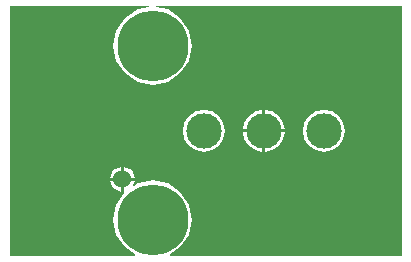
<source format=gbl>
%FSLAX25Y25*%
%MOIN*%
G70*
G01*
G75*
G04 Layer_Physical_Order=2*
G04 Layer_Color=16711680*
%ADD10R,0.11811X0.05906*%
%ADD11R,0.11811X0.03937*%
%ADD12C,0.02000*%
%ADD13C,0.06000*%
%ADD14C,0.11811*%
%ADD15C,0.03937*%
%ADD16C,0.23622*%
G36*
X132235Y1624D02*
X55135D01*
X54990Y2102D01*
X58449Y4413D01*
X61280Y8651D01*
X62275Y13650D01*
X61280Y18648D01*
X58449Y22886D01*
X54211Y25717D01*
X49213Y26712D01*
X44214Y25717D01*
X43094Y24969D01*
X42707Y25286D01*
X43272Y26650D01*
X39650D01*
Y22679D01*
X39753Y22552D01*
X37145Y18648D01*
X36151Y13650D01*
X37145Y8651D01*
X39976Y4413D01*
X43435Y2102D01*
X43290Y1624D01*
X1624D01*
Y84991D01*
X48065D01*
X48114Y84493D01*
X44214Y83717D01*
X39976Y80886D01*
X37145Y76648D01*
X36151Y71650D01*
X37145Y66651D01*
X39976Y62413D01*
X44214Y59582D01*
X49213Y58588D01*
X54211Y59582D01*
X58449Y62413D01*
X61280Y66651D01*
X62275Y71650D01*
X61280Y76648D01*
X58449Y80886D01*
X54211Y83717D01*
X50312Y84493D01*
X50361Y84991D01*
X132235D01*
Y1624D01*
D02*
G37*
%LPC*%
G36*
X39650Y31272D02*
Y27650D01*
X43272D01*
X42211Y30211D01*
X39650Y31272D01*
D02*
G37*
G36*
X66299Y50348D02*
X63605Y49812D01*
X61321Y48286D01*
X59794Y46001D01*
X59258Y43307D01*
X59794Y40613D01*
X61321Y38328D01*
X63605Y36802D01*
X66299Y36266D01*
X68994Y36802D01*
X71278Y38328D01*
X72804Y40613D01*
X73340Y43307D01*
X72804Y46001D01*
X71278Y48286D01*
X68994Y49812D01*
X66299Y50348D01*
D02*
G37*
G36*
X38650Y26650D02*
X35027D01*
X36088Y24088D01*
X38650Y23027D01*
Y26650D01*
D02*
G37*
G36*
Y31272D02*
X36088Y30211D01*
X35027Y27650D01*
X38650D01*
Y31272D01*
D02*
G37*
G36*
X106299Y50348D02*
X103605Y49812D01*
X101321Y48286D01*
X99794Y46001D01*
X99258Y43307D01*
X99794Y40613D01*
X101321Y38328D01*
X103605Y36802D01*
X106299Y36266D01*
X108994Y36802D01*
X111278Y38328D01*
X112804Y40613D01*
X113340Y43307D01*
X112804Y46001D01*
X111278Y48286D01*
X108994Y49812D01*
X106299Y50348D01*
D02*
G37*
G36*
X85799Y50248D02*
X83605Y49812D01*
X81321Y48286D01*
X79794Y46001D01*
X79358Y43807D01*
X85799D01*
Y50248D01*
D02*
G37*
G36*
X86799D02*
Y43807D01*
X93240D01*
X92804Y46001D01*
X91278Y48286D01*
X88994Y49812D01*
X86799Y50248D01*
D02*
G37*
G36*
X85799Y42807D02*
X79358D01*
X79794Y40613D01*
X81321Y38328D01*
X83605Y36802D01*
X85799Y36366D01*
Y42807D01*
D02*
G37*
G36*
X93240D02*
X86799D01*
Y36366D01*
X88994Y36802D01*
X91278Y38328D01*
X92804Y40613D01*
X93240Y42807D01*
D02*
G37*
%LPD*%
D13*
X39150Y27150D02*
D03*
D14*
X66299Y43307D02*
D03*
X106299D02*
D03*
X86299D02*
D03*
D15*
X42949Y77913D02*
D03*
X55476D02*
D03*
X49213Y80508D02*
D03*
X40354Y71650D02*
D03*
X42949Y65386D02*
D03*
X49213Y62791D02*
D03*
X55476Y65386D02*
D03*
X58071Y71650D02*
D03*
X42949Y19913D02*
D03*
X55476D02*
D03*
X49213Y22508D02*
D03*
X40354Y13650D02*
D03*
X42949Y7386D02*
D03*
X49213Y4791D02*
D03*
X55476Y7386D02*
D03*
X58071Y13650D02*
D03*
D16*
X49213Y71650D02*
D03*
Y13650D02*
D03*
M02*

</source>
